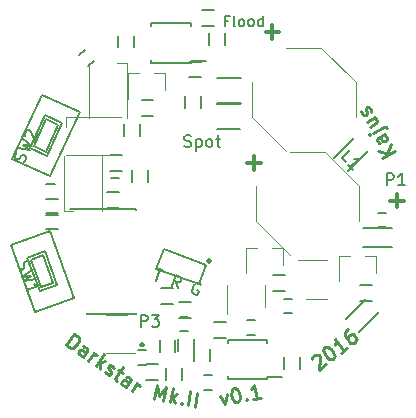
<source format=gto>
G04 #@! TF.FileFunction,Legend,Top*
%FSLAX46Y46*%
G04 Gerber Fmt 4.6, Leading zero omitted, Abs format (unit mm)*
G04 Created by KiCad (PCBNEW 4.0.5) date Sat Dec 31 13:00:02 2016*
%MOMM*%
%LPD*%
G01*
G04 APERTURE LIST*
%ADD10C,0.100000*%
%ADD11C,0.200000*%
%ADD12C,0.250000*%
%ADD13C,0.300000*%
%ADD14C,0.150000*%
%ADD15C,0.120000*%
G04 APERTURE END LIST*
D10*
D11*
X136947164Y-114609080D02*
X137484132Y-114804520D01*
X136873627Y-115646492D02*
X137215648Y-114706799D01*
X138708266Y-116314246D02*
X138557902Y-115752766D01*
X138171299Y-116118806D02*
X138513319Y-115179113D01*
X138871298Y-115309407D01*
X138944505Y-115386727D01*
X138972966Y-115447761D01*
X138985140Y-115553542D01*
X138936280Y-115687784D01*
X138858959Y-115760992D01*
X138797926Y-115789452D01*
X138692144Y-115801626D01*
X138334166Y-115671333D01*
X140644902Y-116005621D02*
X140571694Y-115928300D01*
X140437452Y-115879440D01*
X140286923Y-115875327D01*
X140164855Y-115932249D01*
X140087535Y-116005456D01*
X139977641Y-116168159D01*
X139928781Y-116302401D01*
X139908381Y-116497677D01*
X139920555Y-116603458D01*
X139977476Y-116725526D01*
X140095432Y-116819133D01*
X140184927Y-116851706D01*
X140335455Y-116855819D01*
X140396489Y-116827359D01*
X140510495Y-116514128D01*
X140331507Y-116448981D01*
X142943428Y-93661714D02*
X142643428Y-93661714D01*
X142643428Y-94133143D02*
X142643428Y-93233143D01*
X143071999Y-93233143D01*
X143543428Y-94133143D02*
X143457714Y-94090286D01*
X143414857Y-94004571D01*
X143414857Y-93233143D01*
X144014857Y-94133143D02*
X143929143Y-94090286D01*
X143886286Y-94047429D01*
X143843429Y-93961714D01*
X143843429Y-93704571D01*
X143886286Y-93618857D01*
X143929143Y-93576000D01*
X144014857Y-93533143D01*
X144143429Y-93533143D01*
X144229143Y-93576000D01*
X144272000Y-93618857D01*
X144314857Y-93704571D01*
X144314857Y-93961714D01*
X144272000Y-94047429D01*
X144229143Y-94090286D01*
X144143429Y-94133143D01*
X144014857Y-94133143D01*
X144829143Y-94133143D02*
X144743429Y-94090286D01*
X144700572Y-94047429D01*
X144657715Y-93961714D01*
X144657715Y-93704571D01*
X144700572Y-93618857D01*
X144743429Y-93576000D01*
X144829143Y-93533143D01*
X144957715Y-93533143D01*
X145043429Y-93576000D01*
X145086286Y-93618857D01*
X145129143Y-93704571D01*
X145129143Y-93961714D01*
X145086286Y-94047429D01*
X145043429Y-94090286D01*
X144957715Y-94133143D01*
X144829143Y-94133143D01*
X145900572Y-94133143D02*
X145900572Y-93233143D01*
X145900572Y-94090286D02*
X145814858Y-94133143D01*
X145643429Y-94133143D01*
X145557715Y-94090286D01*
X145514858Y-94047429D01*
X145472001Y-93961714D01*
X145472001Y-93704571D01*
X145514858Y-93618857D01*
X145557715Y-93576000D01*
X145643429Y-93533143D01*
X145814858Y-93533143D01*
X145900572Y-93576000D01*
X139239809Y-104290762D02*
X139382666Y-104338381D01*
X139620762Y-104338381D01*
X139716000Y-104290762D01*
X139763619Y-104243143D01*
X139811238Y-104147905D01*
X139811238Y-104052667D01*
X139763619Y-103957429D01*
X139716000Y-103909810D01*
X139620762Y-103862190D01*
X139430285Y-103814571D01*
X139335047Y-103766952D01*
X139287428Y-103719333D01*
X139239809Y-103624095D01*
X139239809Y-103528857D01*
X139287428Y-103433619D01*
X139335047Y-103386000D01*
X139430285Y-103338381D01*
X139668381Y-103338381D01*
X139811238Y-103386000D01*
X140239809Y-103671714D02*
X140239809Y-104671714D01*
X140239809Y-103719333D02*
X140335047Y-103671714D01*
X140525524Y-103671714D01*
X140620762Y-103719333D01*
X140668381Y-103766952D01*
X140716000Y-103862190D01*
X140716000Y-104147905D01*
X140668381Y-104243143D01*
X140620762Y-104290762D01*
X140525524Y-104338381D01*
X140335047Y-104338381D01*
X140239809Y-104290762D01*
X141287428Y-104338381D02*
X141192190Y-104290762D01*
X141144571Y-104243143D01*
X141096952Y-104147905D01*
X141096952Y-103862190D01*
X141144571Y-103766952D01*
X141192190Y-103719333D01*
X141287428Y-103671714D01*
X141430286Y-103671714D01*
X141525524Y-103719333D01*
X141573143Y-103766952D01*
X141620762Y-103862190D01*
X141620762Y-104147905D01*
X141573143Y-104243143D01*
X141525524Y-104290762D01*
X141430286Y-104338381D01*
X141287428Y-104338381D01*
X141906476Y-103671714D02*
X142287428Y-103671714D01*
X142049333Y-103338381D02*
X142049333Y-104195524D01*
X142096952Y-104290762D01*
X142192190Y-104338381D01*
X142287428Y-104338381D01*
D12*
X150007488Y-122311632D02*
X150018036Y-122231511D01*
X150073919Y-122116603D01*
X150300591Y-121942672D01*
X150426047Y-121918433D01*
X150506168Y-121928982D01*
X150621076Y-121984864D01*
X150690648Y-122075533D01*
X150749673Y-122246323D01*
X150623095Y-123207773D01*
X151212443Y-122755550D01*
X151071278Y-121351303D02*
X151161946Y-121281731D01*
X151287402Y-121257493D01*
X151367523Y-121268041D01*
X151482430Y-121323923D01*
X151666910Y-121470475D01*
X151840842Y-121697147D01*
X151934653Y-121913272D01*
X151958891Y-122038726D01*
X151948343Y-122118847D01*
X151892460Y-122233755D01*
X151801792Y-122303327D01*
X151676336Y-122327566D01*
X151596215Y-122317017D01*
X151481308Y-122261135D01*
X151296828Y-122114584D01*
X151122896Y-121887911D01*
X151029085Y-121671787D01*
X151004847Y-121546332D01*
X151015395Y-121466211D01*
X151071278Y-121351303D01*
X153025822Y-121364095D02*
X152481808Y-121781532D01*
X152753816Y-121572813D02*
X152023302Y-120620789D01*
X152036992Y-120826366D01*
X152015895Y-120986607D01*
X151960012Y-121101515D01*
X153111329Y-119785917D02*
X152929991Y-119925062D01*
X152874108Y-120039970D01*
X152863560Y-120120091D01*
X152877250Y-120325667D01*
X152971061Y-120541791D01*
X153249352Y-120904467D01*
X153364259Y-120960349D01*
X153444380Y-120970897D01*
X153569836Y-120946659D01*
X153751173Y-120807514D01*
X153807056Y-120692606D01*
X153817604Y-120612485D01*
X153793366Y-120487031D01*
X153619434Y-120260358D01*
X153504527Y-120204476D01*
X153424406Y-120193928D01*
X153298951Y-120218166D01*
X153117613Y-120357311D01*
X153061730Y-120472219D01*
X153051182Y-120552340D01*
X153075420Y-120677794D01*
X157045842Y-104709084D02*
X156006612Y-105309084D01*
X156702985Y-104115238D02*
X156366282Y-104903479D01*
X155663754Y-104715238D02*
X156600458Y-104966227D01*
X156188699Y-103224469D02*
X155644341Y-103538754D01*
X155573938Y-103645385D01*
X155581594Y-103772931D01*
X155695879Y-103970879D01*
X155802509Y-104041282D01*
X156139212Y-103253040D02*
X156245842Y-103323444D01*
X156388699Y-103570879D01*
X156396355Y-103698425D01*
X156325953Y-103805055D01*
X156226978Y-103862198D01*
X156099432Y-103869854D01*
X155992802Y-103799451D01*
X155849945Y-103552015D01*
X155743315Y-103481612D01*
X155210165Y-103129598D02*
X156100935Y-102615312D01*
X156228480Y-102607657D01*
X156335110Y-102678059D01*
X156363681Y-102727546D01*
X154863755Y-103329598D02*
X154941814Y-103350514D01*
X154962730Y-103272455D01*
X154884671Y-103251539D01*
X154863755Y-103329598D01*
X154962730Y-103272455D01*
X154667308Y-102189341D02*
X155360128Y-101789341D01*
X154924451Y-102634726D02*
X155468810Y-102320440D01*
X155539212Y-102213810D01*
X155531556Y-102086264D01*
X155445842Y-101937803D01*
X155339212Y-101867400D01*
X155261153Y-101846484D01*
X155053498Y-101372529D02*
X155045842Y-101244983D01*
X154931556Y-101047033D01*
X154824927Y-100976631D01*
X154697381Y-100984286D01*
X154647894Y-101012858D01*
X154577491Y-101119488D01*
X154585146Y-101247033D01*
X154670861Y-101395495D01*
X154678517Y-101523041D01*
X154608114Y-101629671D01*
X154558627Y-101658243D01*
X154431081Y-101665898D01*
X154324451Y-101595495D01*
X154238736Y-101447033D01*
X154231081Y-101319488D01*
D13*
X141340000Y-113925714D02*
X141411428Y-113997143D01*
X141340000Y-114068571D01*
X141268571Y-113997143D01*
X141340000Y-113925714D01*
X141340000Y-114068571D01*
X135660000Y-120995714D02*
X135731428Y-121067143D01*
X135660000Y-121138571D01*
X135588571Y-121067143D01*
X135660000Y-120995714D01*
X135660000Y-121138571D01*
X146118572Y-94617143D02*
X147261429Y-94617143D01*
X146690000Y-95188571D02*
X146690000Y-94045714D01*
X144548572Y-105677143D02*
X145691429Y-105677143D01*
X145120000Y-106248571D02*
X145120000Y-105105714D01*
X156668572Y-108877143D02*
X157811429Y-108877143D01*
X157240000Y-109448571D02*
X157240000Y-108305714D01*
D12*
X142247106Y-125384446D02*
X142667398Y-126122679D01*
X142809853Y-125285219D01*
X143415691Y-124772222D02*
X143528240Y-124752377D01*
X143650713Y-124788806D01*
X143716910Y-124835158D01*
X143793031Y-124937785D01*
X143888996Y-125152961D01*
X143938610Y-125434334D01*
X143922026Y-125669357D01*
X143885597Y-125791828D01*
X143839245Y-125858026D01*
X143736618Y-125934146D01*
X143624069Y-125953992D01*
X143501597Y-125917562D01*
X143435399Y-125871210D01*
X143359279Y-125768584D01*
X143263313Y-125553408D01*
X143213699Y-125272034D01*
X143230283Y-125037013D01*
X143266712Y-124914540D01*
X143313064Y-124848343D01*
X143415691Y-124772222D01*
X144504619Y-125682678D02*
X144570816Y-125729030D01*
X144524464Y-125795228D01*
X144458266Y-125748876D01*
X144504619Y-125682678D01*
X144524464Y-125795228D01*
X145706234Y-125586850D02*
X145030937Y-125705923D01*
X145368586Y-125646386D02*
X145160208Y-124464617D01*
X145077427Y-124653287D01*
X144984723Y-124785681D01*
X144882096Y-124861802D01*
X136679354Y-125711966D02*
X136887732Y-124530196D01*
X137132813Y-125443777D01*
X137675578Y-124669115D01*
X137467200Y-125850884D01*
X138029948Y-125950112D02*
X138238326Y-124768343D01*
X138221880Y-125519759D02*
X138480146Y-126029494D01*
X138619064Y-125241648D02*
X138089484Y-125612464D01*
X139006464Y-126006249D02*
X139052816Y-126072447D01*
X138986619Y-126118799D01*
X138940266Y-126052601D01*
X139006464Y-126006249D01*
X138986619Y-126118799D01*
X139549366Y-126218026D02*
X139757744Y-125036257D01*
X140112114Y-126317254D02*
X140320492Y-125135485D01*
X129246704Y-121141747D02*
X129934996Y-120158764D01*
X130169040Y-120322644D01*
X130276690Y-120467779D01*
X130304756Y-120626949D01*
X130286013Y-120753342D01*
X130201718Y-120973353D01*
X130103391Y-121113778D01*
X129925479Y-121268238D01*
X129813119Y-121329079D01*
X129653950Y-121357144D01*
X129480748Y-121305626D01*
X129246704Y-121141747D01*
X130650965Y-122125021D02*
X131011499Y-121610125D01*
X131030242Y-121483732D01*
X130969400Y-121371371D01*
X130782165Y-121240269D01*
X130655772Y-121221526D01*
X130683741Y-122078212D02*
X130557348Y-122059469D01*
X130323304Y-121895590D01*
X130262463Y-121783230D01*
X130281205Y-121656837D01*
X130346757Y-121563219D01*
X130459117Y-121502378D01*
X130585511Y-121521121D01*
X130819554Y-121684999D01*
X130945947Y-121703742D01*
X131119052Y-122452778D02*
X131577913Y-121797457D01*
X131446809Y-121984692D02*
X131559170Y-121923850D01*
X131638754Y-121909817D01*
X131765148Y-121928560D01*
X131858765Y-121994111D01*
X131727564Y-122878864D02*
X132415856Y-121895881D01*
X132083388Y-122569946D02*
X132102034Y-123141070D01*
X132560895Y-122485748D02*
X131924219Y-122598012D01*
X132509280Y-123356468D02*
X132570121Y-123468828D01*
X132757356Y-123599932D01*
X132883749Y-123618674D01*
X132996109Y-123557833D01*
X133028885Y-123511024D01*
X133047628Y-123384631D01*
X132986787Y-123272271D01*
X132846361Y-123173943D01*
X132785519Y-123061583D01*
X132804261Y-122935190D01*
X132837037Y-122888381D01*
X132949398Y-122827540D01*
X133075791Y-122846283D01*
X133216218Y-122944610D01*
X133277059Y-123056970D01*
X133637496Y-123239592D02*
X134011966Y-123501799D01*
X134007352Y-123010259D02*
X133417388Y-123852816D01*
X133398645Y-123979208D01*
X133459487Y-124091569D01*
X133553105Y-124157121D01*
X134302043Y-124681533D02*
X134662576Y-124166638D01*
X134681319Y-124040244D01*
X134620478Y-123927884D01*
X134433243Y-123796781D01*
X134306850Y-123778038D01*
X134334819Y-124634724D02*
X134208425Y-124615981D01*
X133974382Y-124452102D01*
X133913540Y-124339742D01*
X133932283Y-124213349D01*
X133997835Y-124119731D01*
X134110195Y-124058890D01*
X134236589Y-124077633D01*
X134470632Y-124241512D01*
X134597025Y-124260254D01*
X134770129Y-125009291D02*
X135228991Y-124353969D01*
X135097887Y-124541204D02*
X135210248Y-124480362D01*
X135289832Y-124466329D01*
X135416226Y-124485072D01*
X135509843Y-124550624D01*
D14*
X146265000Y-124015000D02*
X146265000Y-123840000D01*
X142915000Y-124015000D02*
X142915000Y-123765000D01*
X142915000Y-120665000D02*
X142915000Y-120915000D01*
X146265000Y-120665000D02*
X146265000Y-120915000D01*
X146265000Y-124015000D02*
X142915000Y-124015000D01*
X146265000Y-120665000D02*
X142915000Y-120665000D01*
X146265000Y-123840000D02*
X147515000Y-123840000D01*
X127302970Y-113506698D02*
X128158021Y-115855930D01*
X128158021Y-115855930D02*
X127124359Y-116232152D01*
X127124359Y-116232152D02*
X126269308Y-113882920D01*
X126269308Y-113882920D02*
X127302970Y-113506698D01*
X125948880Y-113733502D02*
X126974941Y-116552580D01*
X127452388Y-113186270D02*
X128478449Y-116005348D01*
X128478449Y-116005348D02*
X126974941Y-116552580D01*
X127452388Y-113186270D02*
X125948880Y-113733502D01*
X124543142Y-112648882D02*
X126595263Y-118287038D01*
X127832066Y-111451812D02*
X129884187Y-117089968D01*
X127832066Y-111451812D02*
X124543142Y-112648882D01*
X129884187Y-117089968D02*
X126595263Y-118287038D01*
D15*
X137610000Y-98090000D02*
X136680000Y-98090000D01*
X134450000Y-98090000D02*
X135380000Y-98090000D01*
X134450000Y-98090000D02*
X134450000Y-100250000D01*
X137610000Y-98090000D02*
X137610000Y-99550000D01*
D14*
X145250000Y-120220000D02*
X144550000Y-120220000D01*
X144550000Y-119020000D02*
X145250000Y-119020000D01*
X149025000Y-122120000D02*
X149025000Y-123120000D01*
X147675000Y-123120000D02*
X147675000Y-122120000D01*
X154026447Y-120034924D02*
X155723503Y-118337868D01*
X152895076Y-118903553D02*
X154592132Y-117206497D01*
X154402000Y-112814000D02*
X156802000Y-112814000D01*
X154402000Y-111214000D02*
X156802000Y-111214000D01*
X153062447Y-106386924D02*
X154759503Y-104689868D01*
X151931076Y-105255553D02*
X153628132Y-103558497D01*
X130965000Y-109590000D02*
X130965000Y-109615000D01*
X135115000Y-109590000D02*
X135115000Y-109705000D01*
X135115000Y-118490000D02*
X135115000Y-118375000D01*
X130965000Y-118490000D02*
X130965000Y-118375000D01*
X130965000Y-109590000D02*
X135115000Y-109590000D01*
X130965000Y-118490000D02*
X135115000Y-118490000D01*
X130965000Y-109615000D02*
X129590000Y-109615000D01*
D15*
X155504000Y-113540000D02*
X154574000Y-113540000D01*
X152344000Y-113540000D02*
X153274000Y-113540000D01*
X152344000Y-113540000D02*
X152344000Y-115700000D01*
X155504000Y-113540000D02*
X155504000Y-115000000D01*
X147590000Y-112870000D02*
X146660000Y-112870000D01*
X144430000Y-112870000D02*
X145360000Y-112870000D01*
X144430000Y-112870000D02*
X144430000Y-115030000D01*
X147590000Y-112870000D02*
X147590000Y-114330000D01*
D14*
X143980000Y-102845000D02*
X141980000Y-102845000D01*
X141980000Y-100695000D02*
X143980000Y-100695000D01*
X144002000Y-100643000D02*
X142002000Y-100643000D01*
X142002000Y-98493000D02*
X144002000Y-98493000D01*
X126497331Y-104271189D02*
X127553877Y-102005419D01*
X127553877Y-102005419D02*
X128550815Y-102470300D01*
X128550815Y-102470300D02*
X127494270Y-104736069D01*
X127494270Y-104736069D02*
X126497331Y-104271189D01*
X127615192Y-105068301D02*
X128883047Y-102349377D01*
X126165100Y-104392111D02*
X127432954Y-101673188D01*
X127432954Y-101673188D02*
X128883047Y-102349377D01*
X126165100Y-104392111D02*
X127615192Y-105068301D01*
X127842257Y-106829250D02*
X130377967Y-101391403D01*
X124670180Y-105350086D02*
X127205889Y-99912239D01*
X124670180Y-105350086D02*
X127842257Y-106829250D01*
X127205889Y-99912239D02*
X130377967Y-101391403D01*
D15*
X149510000Y-117170000D02*
X151310000Y-117170000D01*
X151310000Y-113950000D02*
X148860000Y-113950000D01*
X146090000Y-117860000D02*
X146090000Y-116060000D01*
X142870000Y-116060000D02*
X142870000Y-118510000D01*
D14*
X139795000Y-97195000D02*
X139795000Y-97020000D01*
X136445000Y-97195000D02*
X136445000Y-96945000D01*
X136445000Y-93845000D02*
X136445000Y-94095000D01*
X139795000Y-93845000D02*
X139795000Y-94095000D01*
X139795000Y-97195000D02*
X136445000Y-97195000D01*
X139795000Y-93845000D02*
X136445000Y-93845000D01*
X139795000Y-97020000D02*
X141045000Y-97020000D01*
D15*
X131160000Y-101860000D02*
X131160000Y-97210000D01*
X134360000Y-101860000D02*
X134360000Y-97210000D01*
X134360000Y-97210000D02*
X133560000Y-97210000D01*
X133880000Y-105020000D02*
X129230000Y-105020000D01*
X133880000Y-101820000D02*
X129230000Y-101820000D01*
X129230000Y-101820000D02*
X129230000Y-102620000D01*
X145275938Y-110604924D02*
X145275938Y-107635076D01*
X151144924Y-104735938D02*
X148175076Y-104735938D01*
X151144924Y-104735938D02*
X154044062Y-107635076D01*
X154044062Y-107635076D02*
X154044062Y-110604924D01*
X148175076Y-113504062D02*
X145275938Y-110604924D01*
X144967938Y-101814924D02*
X144967938Y-98845076D01*
X150836924Y-95945938D02*
X147867076Y-95945938D01*
X150836924Y-95945938D02*
X153736062Y-98845076D01*
X153736062Y-98845076D02*
X153736062Y-101814924D01*
X147867076Y-104714062D02*
X144967938Y-101814924D01*
X134400000Y-118530000D02*
X132600000Y-118530000D01*
X132600000Y-121750000D02*
X135050000Y-121750000D01*
X132240000Y-105070000D02*
X132240000Y-109720000D01*
X129040000Y-105070000D02*
X129040000Y-109720000D01*
X129040000Y-109720000D02*
X129840000Y-109720000D01*
D14*
X155606000Y-109890000D02*
X156306000Y-109890000D01*
X156306000Y-111090000D02*
X155606000Y-111090000D01*
X135990000Y-122760000D02*
X135290000Y-122760000D01*
X135290000Y-121560000D02*
X135990000Y-121560000D01*
X128260000Y-108710000D02*
X127560000Y-108710000D01*
X127560000Y-107510000D02*
X128260000Y-107510000D01*
X133010000Y-106950000D02*
X133710000Y-106950000D01*
X133710000Y-108150000D02*
X133010000Y-108150000D01*
X138860000Y-118760000D02*
X139560000Y-118760000D01*
X139560000Y-119960000D02*
X138860000Y-119960000D01*
X148360000Y-118400000D02*
X147660000Y-118400000D01*
X147660000Y-117200000D02*
X148360000Y-117200000D01*
X131623788Y-97054651D02*
X131087557Y-97504602D01*
X130316212Y-96585349D02*
X130852443Y-96135398D01*
X137135000Y-121690000D02*
X137135000Y-120690000D01*
X138485000Y-120690000D02*
X138485000Y-121690000D01*
X136010000Y-122725000D02*
X137010000Y-122725000D01*
X137010000Y-124075000D02*
X136010000Y-124075000D01*
X139015000Y-123050000D02*
X139015000Y-124050000D01*
X137665000Y-124050000D02*
X137665000Y-123050000D01*
X134795000Y-107330000D02*
X134795000Y-106330000D01*
X136145000Y-106330000D02*
X136145000Y-107330000D01*
X133720000Y-109505000D02*
X132720000Y-109505000D01*
X132720000Y-108155000D02*
X133720000Y-108155000D01*
X135610000Y-100335000D02*
X136610000Y-100335000D01*
X136610000Y-101685000D02*
X135610000Y-101685000D01*
X138300000Y-117615000D02*
X137300000Y-117615000D01*
X137300000Y-116265000D02*
X138300000Y-116265000D01*
X139770000Y-118795000D02*
X138770000Y-118795000D01*
X138770000Y-117445000D02*
X139770000Y-117445000D01*
X140045000Y-120630000D02*
X140045000Y-121630000D01*
X138695000Y-121630000D02*
X138695000Y-120630000D01*
X135515000Y-102390000D02*
X135515000Y-103390000D01*
X134165000Y-103390000D02*
X134165000Y-102390000D01*
X132960000Y-105045000D02*
X133960000Y-105045000D01*
X133960000Y-106395000D02*
X132960000Y-106395000D01*
X127500000Y-109965000D02*
X128500000Y-109965000D01*
X128500000Y-111315000D02*
X127500000Y-111315000D01*
X127520000Y-108725000D02*
X128520000Y-108725000D01*
X128520000Y-110075000D02*
X127520000Y-110075000D01*
X141740000Y-94125000D02*
X140740000Y-94125000D01*
X140740000Y-92775000D02*
X141740000Y-92775000D01*
X142665000Y-94670000D02*
X142665000Y-95670000D01*
X141315000Y-95670000D02*
X141315000Y-94670000D01*
X134975000Y-94910000D02*
X134975000Y-95910000D01*
X133625000Y-95910000D02*
X133625000Y-94910000D01*
X139640000Y-97105000D02*
X140640000Y-97105000D01*
X140640000Y-98455000D02*
X139640000Y-98455000D01*
X141405000Y-121470000D02*
X141405000Y-122470000D01*
X140055000Y-122470000D02*
X140055000Y-121470000D01*
X140615000Y-100000000D02*
X140615000Y-101000000D01*
X139265000Y-101000000D02*
X139265000Y-100000000D01*
X141780000Y-119175000D02*
X142780000Y-119175000D01*
X142780000Y-120525000D02*
X141780000Y-120525000D01*
X154090000Y-116015000D02*
X155090000Y-116015000D01*
X155090000Y-117365000D02*
X154090000Y-117365000D01*
X146740000Y-115205000D02*
X147740000Y-115205000D01*
X147740000Y-116555000D02*
X146740000Y-116555000D01*
X141560000Y-124880000D02*
X140860000Y-124880000D01*
X140860000Y-123680000D02*
X141560000Y-123680000D01*
X141064170Y-114296162D02*
X137483941Y-112993065D01*
X137483941Y-112993065D02*
X136875830Y-114663838D01*
X136875830Y-114663838D02*
X140456059Y-115966935D01*
X141064170Y-114296162D02*
X140456059Y-115966935D01*
X125163621Y-114225514D02*
X125167734Y-114376042D01*
X125249168Y-114599779D01*
X125326488Y-114672987D01*
X125387522Y-114701447D01*
X125493303Y-114713621D01*
X125582798Y-114681048D01*
X125656006Y-114603727D01*
X125684466Y-114542693D01*
X125696641Y-114436912D01*
X125676241Y-114241636D01*
X125688415Y-114135854D01*
X125716876Y-114074821D01*
X125790083Y-113997500D01*
X125879578Y-113964927D01*
X125985359Y-113977101D01*
X126046393Y-114005561D01*
X126123713Y-114078769D01*
X126205147Y-114302506D01*
X126209260Y-114453034D01*
X126368014Y-114749978D02*
X125509754Y-115315735D01*
X126246111Y-115250424D01*
X125640048Y-115673713D01*
X126661174Y-115555429D01*
X126030928Y-116747648D02*
X125835488Y-116210680D01*
X125933208Y-116479163D02*
X126872900Y-116137143D01*
X126706085Y-116096509D01*
X126584018Y-116039588D01*
X126506697Y-115966380D01*
X125653348Y-105649470D02*
X125756880Y-105540122D01*
X125857503Y-105324334D01*
X125854595Y-105217894D01*
X125831562Y-105154612D01*
X125765372Y-105071205D01*
X125679057Y-105030956D01*
X125572617Y-105033864D01*
X125509335Y-105056897D01*
X125425928Y-105123087D01*
X125302271Y-105275593D01*
X125218864Y-105341783D01*
X125155582Y-105364816D01*
X125049143Y-105367724D01*
X124962828Y-105327475D01*
X124896637Y-105244068D01*
X124873605Y-105180786D01*
X124870696Y-105074346D01*
X124971320Y-104858558D01*
X125074852Y-104749210D01*
X125172567Y-104426983D02*
X126179498Y-104633814D01*
X125612634Y-104159313D01*
X126340495Y-104288554D01*
X125534811Y-103650148D01*
X125761999Y-103388295D02*
X125738966Y-103325013D01*
X125736058Y-103218573D01*
X125836681Y-103002785D01*
X125920088Y-102936595D01*
X125983370Y-102913562D01*
X126089810Y-102910654D01*
X126176125Y-102950903D01*
X126285473Y-103054435D01*
X126561867Y-103813822D01*
X126823488Y-103252773D01*
X152899223Y-105645076D02*
X152562505Y-105308358D01*
X153269612Y-104601251D01*
X153505314Y-106251168D02*
X153101253Y-105847106D01*
X153303283Y-106049137D02*
X154010390Y-105342030D01*
X153842031Y-105375702D01*
X153707345Y-105375702D01*
X153606329Y-105342030D01*
X135551905Y-119562381D02*
X135551905Y-118562381D01*
X135932858Y-118562381D01*
X136028096Y-118610000D01*
X136075715Y-118657619D01*
X136123334Y-118752857D01*
X136123334Y-118895714D01*
X136075715Y-118990952D01*
X136028096Y-119038571D01*
X135932858Y-119086190D01*
X135551905Y-119086190D01*
X136456667Y-118562381D02*
X137075715Y-118562381D01*
X136742381Y-118943333D01*
X136885239Y-118943333D01*
X136980477Y-118990952D01*
X137028096Y-119038571D01*
X137075715Y-119133810D01*
X137075715Y-119371905D01*
X137028096Y-119467143D01*
X136980477Y-119514762D01*
X136885239Y-119562381D01*
X136599524Y-119562381D01*
X136504286Y-119514762D01*
X136456667Y-119467143D01*
X156391905Y-107582381D02*
X156391905Y-106582381D01*
X156772858Y-106582381D01*
X156868096Y-106630000D01*
X156915715Y-106677619D01*
X156963334Y-106772857D01*
X156963334Y-106915714D01*
X156915715Y-107010952D01*
X156868096Y-107058571D01*
X156772858Y-107106190D01*
X156391905Y-107106190D01*
X157915715Y-107582381D02*
X157344286Y-107582381D01*
X157630000Y-107582381D02*
X157630000Y-106582381D01*
X157534762Y-106725238D01*
X157439524Y-106820476D01*
X157344286Y-106868095D01*
M02*

</source>
